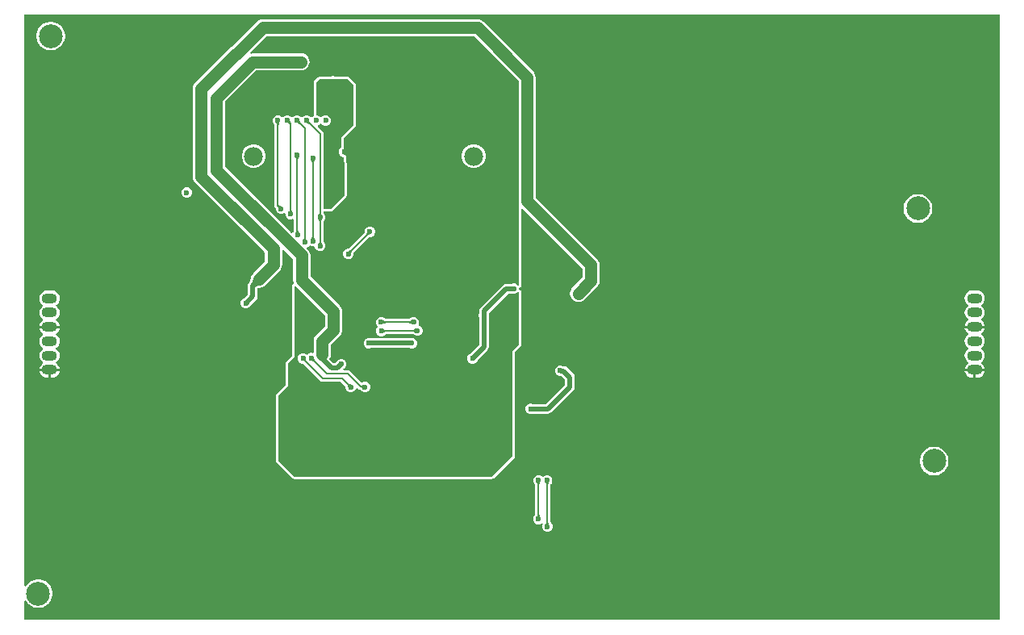
<source format=gbl>
G04*
G04 #@! TF.GenerationSoftware,Altium Limited,Altium Designer,21.8.1 (53)*
G04*
G04 Layer_Physical_Order=4*
G04 Layer_Color=16711680*
%FSLAX25Y25*%
%MOIN*%
G70*
G04*
G04 #@! TF.SameCoordinates,C51AC878-C841-4A90-9CA5-41AFAFBE50B8*
G04*
G04*
G04 #@! TF.FilePolarity,Positive*
G04*
G01*
G75*
%ADD17C,0.00800*%
%ADD60C,0.02000*%
%ADD62C,0.01000*%
%ADD63C,0.05000*%
%ADD64O,0.06299X0.04331*%
%ADD66C,0.09843*%
%ADD67C,0.07800*%
%ADD68C,0.02362*%
G36*
X659843Y138436D02*
X257279Y138421D01*
X256925Y138775D01*
Y146183D01*
X257372Y146456D01*
X257425Y146450D01*
X258049Y145517D01*
X258873Y144692D01*
X259843Y144044D01*
X260921Y143598D01*
X262065Y143370D01*
X263231D01*
X264375Y143598D01*
X265453Y144044D01*
X266423Y144692D01*
X267247Y145517D01*
X267895Y146487D01*
X268342Y147564D01*
X268569Y148708D01*
Y149874D01*
X268342Y151019D01*
X267895Y152096D01*
X267247Y153066D01*
X266423Y153891D01*
X265453Y154539D01*
X264375Y154985D01*
X263231Y155213D01*
X262065D01*
X260921Y154985D01*
X259843Y154539D01*
X258873Y153891D01*
X258049Y153066D01*
X257425Y152133D01*
X257372Y152126D01*
X256925Y152400D01*
X256925Y388366D01*
X659843Y388366D01*
X659843Y138436D01*
D02*
G37*
%LPC*%
G36*
X268349Y385528D02*
X267183D01*
X266039Y385300D01*
X264961Y384854D01*
X263991Y384206D01*
X263167Y383381D01*
X262519Y382411D01*
X262072Y381333D01*
X261845Y380189D01*
Y379023D01*
X262072Y377879D01*
X262519Y376801D01*
X263167Y375832D01*
X263991Y375007D01*
X264961Y374359D01*
X266039Y373913D01*
X267183Y373685D01*
X268349D01*
X269493Y373913D01*
X270571Y374359D01*
X271541Y375007D01*
X272365Y375832D01*
X273013Y376801D01*
X273460Y377879D01*
X273687Y379023D01*
Y380189D01*
X273460Y381333D01*
X273013Y382411D01*
X272365Y383381D01*
X271541Y384206D01*
X270571Y384854D01*
X269493Y385300D01*
X268349Y385528D01*
D02*
G37*
G36*
X324450Y317142D02*
X323582D01*
X322780Y316810D01*
X322167Y316196D01*
X321835Y315394D01*
Y314527D01*
X322167Y313725D01*
X322780Y313112D01*
X323582Y312779D01*
X324450D01*
X325251Y313112D01*
X325865Y313725D01*
X326197Y314527D01*
Y315394D01*
X325865Y316196D01*
X325251Y316810D01*
X324450Y317142D01*
D02*
G37*
G36*
X626617Y314268D02*
X625451D01*
X624307Y314040D01*
X623229Y313594D01*
X622259Y312946D01*
X621434Y312121D01*
X620787Y311151D01*
X620340Y310074D01*
X620113Y308930D01*
Y307763D01*
X620340Y306619D01*
X620787Y305542D01*
X621434Y304572D01*
X622259Y303747D01*
X623229Y303099D01*
X624307Y302653D01*
X625451Y302425D01*
X626617D01*
X627761Y302653D01*
X628839Y303099D01*
X629808Y303747D01*
X630633Y304572D01*
X631281Y305542D01*
X631728Y306619D01*
X631955Y307763D01*
Y308930D01*
X631728Y310074D01*
X631281Y311151D01*
X630633Y312121D01*
X629808Y312946D01*
X628839Y313594D01*
X627761Y314040D01*
X626617Y314268D01*
D02*
G37*
G36*
X444095Y386601D02*
X355512D01*
X354598Y386481D01*
X353747Y386128D01*
X353016Y385567D01*
X342711Y375263D01*
X342329Y375104D01*
X341598Y374543D01*
X327425Y360370D01*
X326864Y359639D01*
X326511Y358788D01*
X326391Y357874D01*
Y321654D01*
X326511Y320740D01*
X326864Y319888D01*
X327425Y319157D01*
X356312Y290270D01*
Y286502D01*
X351441Y281630D01*
X350880Y280899D01*
X350527Y280047D01*
X350485Y279726D01*
X350455Y279646D01*
X350409Y279359D01*
X350290Y278844D01*
X350228Y278643D01*
X350156Y278452D01*
X350080Y278283D01*
X350000Y278135D01*
X349919Y278007D01*
X349894Y277975D01*
X349739Y277820D01*
X349297Y277158D01*
X349142Y276378D01*
Y272892D01*
X347532Y271282D01*
X347190Y271140D01*
X346576Y270527D01*
X346244Y269725D01*
Y268858D01*
X346576Y268056D01*
X347190Y267442D01*
X347991Y267110D01*
X348859D01*
X349661Y267442D01*
X350274Y268056D01*
X350416Y268398D01*
X352623Y270605D01*
X353065Y271267D01*
X353220Y272047D01*
Y275337D01*
X353255Y275353D01*
X353446Y275424D01*
X353647Y275487D01*
X354162Y275606D01*
X354449Y275652D01*
X354529Y275682D01*
X354851Y275724D01*
X355702Y276077D01*
X356433Y276638D01*
X362339Y282543D01*
X362900Y283274D01*
X363252Y284126D01*
X363373Y285039D01*
Y291458D01*
X363873Y291666D01*
X367970Y287568D01*
Y278894D01*
X368090Y277980D01*
X368216Y277677D01*
X368114Y277213D01*
X367976Y277121D01*
X367832Y277038D01*
X367811Y277011D01*
X367783Y276992D01*
X367691Y276854D01*
X367589Y276722D01*
X367581Y276689D01*
X367562Y276661D01*
X367530Y276498D01*
X367487Y276338D01*
X367491Y276304D01*
X367484Y276271D01*
Y247666D01*
X365027Y245209D01*
X364806Y244878D01*
X364728Y244488D01*
Y235462D01*
X361090Y231823D01*
X360869Y231492D01*
X360791Y231102D01*
Y204331D01*
X360869Y203941D01*
X361090Y203610D01*
X367783Y196917D01*
X368114Y196696D01*
X368504Y196618D01*
X450000D01*
X450390Y196696D01*
X450721Y196917D01*
X459382Y205578D01*
X459603Y205909D01*
X459681Y206299D01*
Y249184D01*
X461998Y251501D01*
X462219Y251832D01*
X462297Y252222D01*
Y263541D01*
X462324Y263605D01*
Y264473D01*
X462297Y264538D01*
Y273710D01*
X462274Y273824D01*
X462271Y273939D01*
X462236Y274017D01*
X462219Y274100D01*
X462155Y274197D01*
X462107Y274302D01*
X462045Y274360D01*
X461998Y274431D01*
X461902Y274495D01*
X461897Y274500D01*
X461862Y274540D01*
X461845Y274549D01*
X461817Y274575D01*
X461775Y274601D01*
X461702Y274629D01*
X461667Y274652D01*
X461622Y274661D01*
X461507Y274719D01*
X461207Y274802D01*
Y275591D01*
X461507Y275674D01*
X461622Y275733D01*
X461667Y275742D01*
X461702Y275765D01*
X461775Y275792D01*
X461817Y275819D01*
X461845Y275845D01*
X461862Y275853D01*
X461897Y275893D01*
X461902Y275898D01*
X461998Y275963D01*
X462045Y276033D01*
X462107Y276092D01*
X462155Y276197D01*
X462219Y276293D01*
X462236Y276377D01*
X462271Y276454D01*
X462274Y276570D01*
X462297Y276684D01*
Y308042D01*
X462759Y308233D01*
X487415Y283577D01*
Y279809D01*
X483330Y275725D01*
X482769Y274993D01*
X482417Y274142D01*
X482297Y273228D01*
X482417Y272315D01*
X482769Y271463D01*
X483330Y270732D01*
X484062Y270171D01*
X484913Y269818D01*
X485827Y269698D01*
X486740Y269818D01*
X487592Y270171D01*
X488323Y270732D01*
X493441Y275850D01*
X494002Y276581D01*
X494355Y277433D01*
X494475Y278346D01*
Y285039D01*
X494355Y285953D01*
X494002Y286805D01*
X493441Y287536D01*
X468097Y312880D01*
Y362598D01*
X467977Y363512D01*
X467624Y364364D01*
X467063Y365095D01*
X446591Y385567D01*
X445860Y386128D01*
X445008Y386481D01*
X444095Y386601D01*
D02*
G37*
G36*
X268307Y274452D02*
X266339D01*
X265512Y274344D01*
X264742Y274025D01*
X264081Y273517D01*
X263574Y272856D01*
X263255Y272086D01*
X263146Y271260D01*
X263255Y270433D01*
X263574Y269664D01*
X264081Y269002D01*
X264602Y268602D01*
X264643Y268461D01*
Y268153D01*
X264602Y268012D01*
X264081Y267612D01*
X263574Y266951D01*
X263255Y266181D01*
X263146Y265354D01*
X263255Y264528D01*
X263574Y263758D01*
X264081Y263097D01*
X264602Y262697D01*
X264643Y262555D01*
Y262248D01*
X264602Y262106D01*
X264081Y261706D01*
X263574Y261045D01*
X263255Y260275D01*
X263212Y259949D01*
X267323D01*
X271434D01*
X271391Y260275D01*
X271072Y261045D01*
X270565Y261706D01*
X270043Y262106D01*
X270003Y262248D01*
Y262555D01*
X270043Y262697D01*
X270565Y263097D01*
X271072Y263758D01*
X271391Y264528D01*
X271500Y265354D01*
X271391Y266181D01*
X271072Y266951D01*
X270565Y267612D01*
X270043Y268012D01*
X270003Y268153D01*
Y268461D01*
X270043Y268602D01*
X270565Y269002D01*
X271072Y269664D01*
X271391Y270433D01*
X271500Y271260D01*
X271391Y272086D01*
X271072Y272856D01*
X270565Y273517D01*
X269903Y274025D01*
X269133Y274344D01*
X268307Y274452D01*
D02*
G37*
G36*
X650431D02*
X648462D01*
X647636Y274344D01*
X646866Y274025D01*
X646205Y273517D01*
X645697Y272856D01*
X645378Y272086D01*
X645269Y271260D01*
X645378Y270433D01*
X645697Y269664D01*
X646205Y269002D01*
X646726Y268602D01*
X646767Y268461D01*
Y268153D01*
X646726Y268012D01*
X646205Y267612D01*
X645697Y266951D01*
X645378Y266181D01*
X645269Y265354D01*
X645378Y264528D01*
X645697Y263758D01*
X646205Y263097D01*
X646726Y262697D01*
X646767Y262555D01*
Y262248D01*
X646726Y262106D01*
X646205Y261706D01*
X645697Y261045D01*
X645378Y260275D01*
X645335Y259949D01*
X649446D01*
X653557D01*
X653514Y260275D01*
X653196Y261045D01*
X652688Y261706D01*
X652167Y262106D01*
X652126Y262248D01*
Y262555D01*
X652167Y262697D01*
X652688Y263097D01*
X653196Y263758D01*
X653514Y264528D01*
X653623Y265354D01*
X653514Y266181D01*
X653196Y266951D01*
X652688Y267612D01*
X652167Y268012D01*
X652126Y268153D01*
Y268461D01*
X652167Y268602D01*
X652688Y269002D01*
X653196Y269664D01*
X653514Y270433D01*
X653623Y271260D01*
X653514Y272086D01*
X653196Y272856D01*
X652688Y273517D01*
X652027Y274025D01*
X651257Y274344D01*
X650431Y274452D01*
D02*
G37*
G36*
X271434Y258949D02*
X267323D01*
X263212D01*
X263255Y258623D01*
X263574Y257853D01*
X264081Y257191D01*
X264602Y256791D01*
X264643Y256650D01*
Y256342D01*
X264602Y256201D01*
X264081Y255801D01*
X263574Y255140D01*
X263255Y254370D01*
X263146Y253543D01*
X263255Y252717D01*
X263574Y251947D01*
X264081Y251286D01*
X264602Y250886D01*
X264643Y250744D01*
Y250437D01*
X264602Y250295D01*
X264081Y249895D01*
X263574Y249234D01*
X263255Y248464D01*
X263146Y247638D01*
X263255Y246812D01*
X263574Y246041D01*
X264081Y245380D01*
X264602Y244980D01*
X264643Y244839D01*
Y244531D01*
X264602Y244390D01*
X264081Y243990D01*
X263574Y243329D01*
X263255Y242559D01*
X263212Y242232D01*
X267323D01*
X271434D01*
X271391Y242559D01*
X271072Y243329D01*
X270565Y243990D01*
X270043Y244390D01*
X270003Y244531D01*
Y244839D01*
X270043Y244980D01*
X270565Y245380D01*
X271072Y246041D01*
X271391Y246812D01*
X271500Y247638D01*
X271391Y248464D01*
X271072Y249234D01*
X270565Y249895D01*
X270043Y250295D01*
X270003Y250437D01*
Y250744D01*
X270043Y250886D01*
X270565Y251286D01*
X271072Y251947D01*
X271391Y252717D01*
X271500Y253543D01*
X271391Y254370D01*
X271072Y255140D01*
X270565Y255801D01*
X270043Y256201D01*
X270003Y256342D01*
Y256650D01*
X270043Y256791D01*
X270565Y257191D01*
X271072Y257853D01*
X271391Y258623D01*
X271434Y258949D01*
D02*
G37*
G36*
X653557Y258949D02*
X649446D01*
X645335D01*
X645378Y258623D01*
X645697Y257853D01*
X646205Y257191D01*
X646726Y256791D01*
X646767Y256650D01*
Y256342D01*
X646726Y256201D01*
X646205Y255801D01*
X645697Y255140D01*
X645378Y254370D01*
X645269Y253543D01*
X645378Y252717D01*
X645697Y251947D01*
X646205Y251286D01*
X646726Y250886D01*
X646767Y250744D01*
Y250437D01*
X646726Y250295D01*
X646205Y249895D01*
X645697Y249234D01*
X645378Y248464D01*
X645269Y247638D01*
X645378Y246812D01*
X645697Y246041D01*
X646205Y245380D01*
X646726Y244980D01*
X646767Y244839D01*
Y244531D01*
X646726Y244390D01*
X646205Y243990D01*
X645697Y243329D01*
X645378Y242559D01*
X645335Y242232D01*
X649446D01*
Y241732D01*
D01*
Y242232D01*
X653557D01*
X653514Y242559D01*
X653196Y243329D01*
X652688Y243990D01*
X652167Y244390D01*
X652126Y244531D01*
Y244839D01*
X652167Y244980D01*
X652688Y245380D01*
X653196Y246041D01*
X653514Y246812D01*
X653623Y247638D01*
X653514Y248464D01*
X653196Y249234D01*
X652688Y249895D01*
X652167Y250295D01*
X652126Y250437D01*
Y250744D01*
X652167Y250886D01*
X652688Y251286D01*
X653196Y251947D01*
X653514Y252717D01*
X653623Y253543D01*
X653514Y254370D01*
X653196Y255140D01*
X652688Y255801D01*
X652167Y256201D01*
X652126Y256342D01*
Y256650D01*
X652167Y256791D01*
X652688Y257191D01*
X653196Y257853D01*
X653514Y258623D01*
X653557Y258949D01*
D02*
G37*
G36*
Y241232D02*
X649946D01*
Y238540D01*
X650431D01*
X651257Y238649D01*
X652027Y238967D01*
X652688Y239475D01*
X653196Y240136D01*
X653514Y240906D01*
X653557Y241232D01*
D02*
G37*
G36*
X648946D02*
X645335D01*
X645378Y240906D01*
X645697Y240136D01*
X646205Y239475D01*
X646866Y238967D01*
X647636Y238649D01*
X648462Y238540D01*
X648946D01*
Y241232D01*
D02*
G37*
G36*
X271434Y241232D02*
X267823D01*
Y238540D01*
X268307D01*
X269133Y238649D01*
X269903Y238967D01*
X270565Y239475D01*
X271072Y240136D01*
X271391Y240906D01*
X271434Y241232D01*
D02*
G37*
G36*
X266823D02*
X263212D01*
X263255Y240906D01*
X263574Y240136D01*
X264081Y239475D01*
X264742Y238967D01*
X265512Y238649D01*
X266339Y238540D01*
X266823D01*
Y241232D01*
D02*
G37*
G36*
X478780Y243520D02*
X477913D01*
X477111Y243188D01*
X476497Y242574D01*
X476165Y241772D01*
Y240905D01*
X476497Y240103D01*
X477111Y239490D01*
X477913Y239158D01*
X478780D01*
X478855Y239189D01*
X480244Y237800D01*
Y235490D01*
X472384Y227630D01*
X466918D01*
X466576Y227772D01*
X465708D01*
X464906Y227440D01*
X464293Y226826D01*
X463961Y226024D01*
Y225157D01*
X464293Y224355D01*
X464906Y223742D01*
X465708Y223410D01*
X466576D01*
X466918Y223551D01*
X473228D01*
X474009Y223707D01*
X474670Y224149D01*
X483725Y233204D01*
X484167Y233865D01*
X484323Y234646D01*
Y238644D01*
X484167Y239424D01*
X483725Y240086D01*
X483725Y240086D01*
X481100Y242711D01*
X480439Y243153D01*
X479658Y243308D01*
X479290D01*
X478780Y243520D01*
D02*
G37*
G36*
X633310Y209937D02*
X632143D01*
X631000Y209710D01*
X629922Y209263D01*
X628952Y208615D01*
X628127Y207790D01*
X627479Y206821D01*
X627033Y205743D01*
X626805Y204599D01*
Y203432D01*
X627033Y202289D01*
X627479Y201211D01*
X628127Y200241D01*
X628952Y199416D01*
X629922Y198768D01*
X631000Y198322D01*
X632143Y198094D01*
X633310D01*
X634454Y198322D01*
X635532Y198768D01*
X636501Y199416D01*
X637326Y200241D01*
X637974Y201211D01*
X638420Y202289D01*
X638648Y203432D01*
Y204599D01*
X638420Y205743D01*
X637974Y206821D01*
X637326Y207790D01*
X636501Y208615D01*
X635532Y209263D01*
X634454Y209710D01*
X633310Y209937D01*
D02*
G37*
G36*
X473269Y198244D02*
X472401D01*
X471599Y197912D01*
X471063Y197376D01*
X470527Y197912D01*
X469725Y198244D01*
X468857D01*
X468056Y197912D01*
X467442Y197299D01*
X467110Y196497D01*
Y195629D01*
X467442Y194827D01*
X467655Y194615D01*
X467695Y194549D01*
X467751Y194488D01*
X467777Y194455D01*
X467797Y194426D01*
X467812Y194400D01*
X467823Y194377D01*
X467831Y194355D01*
X467837Y194333D01*
X467839Y194324D01*
Y181894D01*
X467838Y181890D01*
X467833Y181873D01*
X467827Y181857D01*
X467818Y181840D01*
X467806Y181820D01*
X467789Y181796D01*
X467765Y181769D01*
X467709Y181712D01*
X467656Y181632D01*
X467392Y181369D01*
X467060Y180567D01*
Y179699D01*
X467392Y178898D01*
X468006Y178284D01*
X468808Y177952D01*
X469675D01*
X470477Y178284D01*
X470754Y178561D01*
X471120Y178239D01*
X470788Y177437D01*
Y176569D01*
X471120Y175768D01*
X471734Y175154D01*
X472536Y174822D01*
X473403D01*
X474205Y175154D01*
X474819Y175768D01*
X475151Y176569D01*
Y177437D01*
X474819Y178239D01*
X474503Y178554D01*
X474445Y178635D01*
X474390Y178688D01*
X474368Y178711D01*
X474354Y178729D01*
X474344Y178744D01*
X474338Y178757D01*
X474333Y178768D01*
X474330Y178780D01*
X474330Y178781D01*
Y194345D01*
X474332Y194359D01*
X474339Y194385D01*
X474349Y194411D01*
X474362Y194439D01*
X474378Y194470D01*
X474400Y194503D01*
X474428Y194541D01*
X474483Y194606D01*
X474511Y194655D01*
X474684Y194827D01*
X475016Y195629D01*
Y196497D01*
X474684Y197299D01*
X474070Y197912D01*
X473269Y198244D01*
D02*
G37*
%LPD*%
G36*
X374635Y344613D02*
X374646Y344500D01*
X374665Y344391D01*
X374691Y344285D01*
X374726Y344184D01*
X374769Y344087D01*
X374820Y343994D01*
X374879Y343905D01*
X374946Y343819D01*
X375021Y343739D01*
X374455Y343173D01*
X374374Y343248D01*
X374289Y343315D01*
X374200Y343374D01*
X374107Y343425D01*
X374010Y343467D01*
X373908Y343502D01*
X373803Y343529D01*
X373694Y343548D01*
X373580Y343559D01*
X373463Y343562D01*
X374632Y344731D01*
X374635Y344613D01*
D02*
G37*
G36*
X370735D02*
X370746Y344500D01*
X370765Y344391D01*
X370791Y344285D01*
X370826Y344184D01*
X370869Y344087D01*
X370920Y343994D01*
X370979Y343905D01*
X371046Y343819D01*
X371121Y343739D01*
X370555Y343173D01*
X370474Y343248D01*
X370389Y343315D01*
X370300Y343374D01*
X370207Y343425D01*
X370110Y343467D01*
X370008Y343502D01*
X369903Y343529D01*
X369794Y343548D01*
X369680Y343559D01*
X369563Y343562D01*
X370732Y344731D01*
X370735Y344613D01*
D02*
G37*
G36*
X366735Y344613D02*
X366746Y344500D01*
X366765Y344391D01*
X366791Y344285D01*
X366826Y344184D01*
X366869Y344087D01*
X366920Y343994D01*
X366979Y343905D01*
X367046Y343819D01*
X367121Y343739D01*
X366555Y343173D01*
X366474Y343248D01*
X366389Y343315D01*
X366300Y343374D01*
X366207Y343425D01*
X366110Y343467D01*
X366008Y343502D01*
X365903Y343529D01*
X365794Y343548D01*
X365680Y343559D01*
X365563Y343562D01*
X366732Y344731D01*
X366735Y344613D01*
D02*
G37*
G36*
X362397Y343814D02*
X362324Y343726D01*
X362260Y343636D01*
X362205Y343542D01*
X362158Y343446D01*
X362119Y343347D01*
X362089Y343245D01*
X362068Y343140D01*
X362055Y343033D01*
X362051Y342923D01*
X361251D01*
X361247Y343033D01*
X361234Y343140D01*
X361213Y343245D01*
X361183Y343347D01*
X361144Y343446D01*
X361097Y343542D01*
X361042Y343636D01*
X360978Y343726D01*
X360905Y343814D01*
X360824Y343899D01*
X362478D01*
X362397Y343814D01*
D02*
G37*
G36*
X392913Y359449D02*
Y342913D01*
X387795Y337795D01*
Y333487D01*
X387345Y333037D01*
X387013Y332235D01*
Y331368D01*
X387345Y330566D01*
X387959Y329953D01*
X388761Y329620D01*
X388905Y329120D01*
X388764Y328780D01*
Y327913D01*
X389043Y327237D01*
Y313847D01*
X383465Y308268D01*
X380561D01*
Y339060D01*
X380561Y339060D01*
X380453Y339606D01*
X380143Y340069D01*
X380143Y340069D01*
X378073Y342140D01*
X378190Y342729D01*
X378587Y342894D01*
X379031Y343338D01*
X379351Y343453D01*
X379671Y343338D01*
X380116Y342894D01*
X380917Y342562D01*
X381785D01*
X382587Y342894D01*
X383200Y343507D01*
X383532Y344309D01*
Y345177D01*
X383200Y345978D01*
X382587Y346592D01*
X381785Y346924D01*
X380917D01*
X380116Y346592D01*
X379671Y346147D01*
X379351Y346032D01*
X379031Y346147D01*
X378587Y346592D01*
X377785Y346924D01*
X377559D01*
Y360630D01*
X378740Y361811D01*
X390551D01*
X392913Y359449D01*
D02*
G37*
G36*
X370388Y329587D02*
X370320Y329494D01*
X370259Y329399D01*
X370207Y329302D01*
X370162Y329203D01*
X370126Y329102D01*
X370098Y328998D01*
X370078Y328893D01*
X370065Y328786D01*
X370061Y328677D01*
X369261Y328622D01*
X369257Y328733D01*
X369244Y328840D01*
X369221Y328944D01*
X369190Y329045D01*
X369150Y329142D01*
X369101Y329235D01*
X369042Y329324D01*
X368975Y329410D01*
X368899Y329493D01*
X368815Y329571D01*
X370465Y329678D01*
X370388Y329587D01*
D02*
G37*
G36*
X376951Y328295D02*
X376865Y328220D01*
X376787Y328140D01*
X376719Y328056D01*
X376660Y327969D01*
X376610Y327877D01*
X376569Y327782D01*
X376537Y327682D01*
X376514Y327578D01*
X376501Y327471D01*
X376496Y327359D01*
X375696Y327440D01*
X375692Y327549D01*
X375680Y327656D01*
X375661Y327762D01*
X375634Y327865D01*
X375598Y327967D01*
X375555Y328067D01*
X375504Y328166D01*
X375446Y328263D01*
X375379Y328358D01*
X375305Y328452D01*
X376951Y328295D01*
D02*
G37*
G36*
X362069Y309763D02*
X362154Y309696D01*
X362243Y309637D01*
X362336Y309586D01*
X362434Y309543D01*
X362535Y309508D01*
X362640Y309481D01*
X362749Y309462D01*
X362863Y309452D01*
X362980Y309449D01*
X361811Y308279D01*
X361808Y308397D01*
X361797Y308510D01*
X361779Y308620D01*
X361752Y308725D01*
X361717Y308826D01*
X361674Y308924D01*
X361623Y309017D01*
X361564Y309106D01*
X361497Y309191D01*
X361422Y309272D01*
X361988Y309838D01*
X362069Y309763D01*
D02*
G37*
G36*
X367303Y307750D02*
X367316Y307643D01*
X367337Y307538D01*
X367367Y307436D01*
X367406Y307337D01*
X367453Y307241D01*
X367508Y307148D01*
X367572Y307057D01*
X367645Y306969D01*
X367726Y306884D01*
X366072D01*
X366153Y306969D01*
X366226Y307057D01*
X366290Y307148D01*
X366346Y307241D01*
X366392Y307337D01*
X366431Y307436D01*
X366461Y307538D01*
X366482Y307643D01*
X366495Y307750D01*
X366499Y307861D01*
X367299D01*
X367303Y307750D01*
D02*
G37*
G36*
X379538Y306434D02*
X379551Y306327D01*
X379572Y306222D01*
X379602Y306120D01*
X379641Y306021D01*
X379688Y305925D01*
X379743Y305832D01*
X379807Y305741D01*
X379879Y305653D01*
X379961Y305568D01*
X378307D01*
X378388Y305653D01*
X378461Y305741D01*
X378525Y305832D01*
X378580Y305925D01*
X378627Y306021D01*
X378666Y306120D01*
X378695Y306222D01*
X378717Y306327D01*
X378730Y306434D01*
X378734Y306544D01*
X379534D01*
X379538Y306434D01*
D02*
G37*
G36*
X379879Y303796D02*
X379807Y303708D01*
X379743Y303617D01*
X379688Y303524D01*
X379641Y303428D01*
X379602Y303329D01*
X379572Y303227D01*
X379551Y303122D01*
X379538Y303015D01*
X379534Y302904D01*
X378734D01*
X378730Y303015D01*
X378717Y303122D01*
X378695Y303227D01*
X378666Y303329D01*
X378627Y303428D01*
X378580Y303524D01*
X378525Y303617D01*
X378461Y303708D01*
X378388Y303796D01*
X378307Y303881D01*
X379961D01*
X379879Y303796D01*
D02*
G37*
G36*
X370066Y299147D02*
X370079Y299039D01*
X370102Y298935D01*
X370133Y298835D01*
X370173Y298738D01*
X370222Y298645D01*
X370280Y298555D01*
X370347Y298469D01*
X370423Y298387D01*
X370508Y298308D01*
X368858Y298202D01*
X368935Y298293D01*
X369003Y298386D01*
X369064Y298481D01*
X369116Y298578D01*
X369161Y298677D01*
X369197Y298778D01*
X369225Y298881D01*
X369245Y298986D01*
X369257Y299093D01*
X369261Y299203D01*
X370061Y299258D01*
X370066Y299147D01*
D02*
G37*
G36*
X376501Y296613D02*
X376514Y296505D01*
X376536Y296402D01*
X376567Y296301D01*
X376607Y296204D01*
X376656Y296111D01*
X376714Y296021D01*
X376781Y295934D01*
X376856Y295851D01*
X376941Y295772D01*
X375290Y295676D01*
X375367Y295767D01*
X375436Y295859D01*
X375497Y295954D01*
X375550Y296050D01*
X375595Y296149D01*
X375631Y296250D01*
X375660Y296353D01*
X375680Y296458D01*
X375692Y296566D01*
X375696Y296675D01*
X376496Y296724D01*
X376501Y296613D01*
D02*
G37*
G36*
X373239Y296125D02*
X373252Y296018D01*
X373273Y295913D01*
X373303Y295811D01*
X373341Y295712D01*
X373388Y295616D01*
X373444Y295522D01*
X373508Y295432D01*
X373580Y295344D01*
X373661Y295259D01*
X372008D01*
X372089Y295344D01*
X372162Y295432D01*
X372225Y295522D01*
X372281Y295616D01*
X372328Y295712D01*
X372366Y295811D01*
X372396Y295913D01*
X372418Y296018D01*
X372430Y296125D01*
X372435Y296235D01*
X373235D01*
X373239Y296125D01*
D02*
G37*
G36*
X379538Y294623D02*
X379551Y294516D01*
X379572Y294411D01*
X379602Y294309D01*
X379641Y294210D01*
X379688Y294114D01*
X379743Y294020D01*
X379807Y293930D01*
X379879Y293842D01*
X379961Y293757D01*
X378307D01*
X378388Y293842D01*
X378461Y293930D01*
X378525Y294020D01*
X378580Y294114D01*
X378627Y294210D01*
X378666Y294309D01*
X378695Y294411D01*
X378717Y294516D01*
X378730Y294623D01*
X378734Y294733D01*
X379534D01*
X379538Y294623D01*
D02*
G37*
G36*
X461037Y361136D02*
Y311417D01*
X461157Y310504D01*
X461277Y310214D01*
Y276684D01*
X461235Y276657D01*
X460777Y276530D01*
X460261Y277046D01*
X459460Y277378D01*
X458592D01*
X458082Y277167D01*
X455851D01*
X455071Y277011D01*
X454409Y276570D01*
X445374Y267534D01*
X444932Y266873D01*
X444777Y266092D01*
Y265038D01*
X444611Y264637D01*
Y263769D01*
X444753Y263427D01*
Y251996D01*
X441204Y248448D01*
X440861Y248306D01*
X440248Y247692D01*
X439916Y246890D01*
Y246023D01*
X440248Y245221D01*
X440861Y244608D01*
X441663Y244276D01*
X442531D01*
X443332Y244608D01*
X443946Y245221D01*
X444088Y245564D01*
X448234Y249710D01*
X448676Y250371D01*
X448831Y251152D01*
Y263427D01*
X448973Y263769D01*
Y264637D01*
X448855Y264921D01*
Y265248D01*
X456696Y273088D01*
X458417D01*
X458592Y273016D01*
X459460D01*
X460261Y273348D01*
X460777Y273863D01*
X461235Y273737D01*
X461277Y273710D01*
Y252222D01*
X458661Y249606D01*
Y206299D01*
X450000Y197638D01*
X368504D01*
X361811Y204331D01*
Y231102D01*
X365748Y235039D01*
Y244488D01*
X368504Y247244D01*
Y276271D01*
X368876Y276397D01*
X369004Y276397D01*
X381116Y264286D01*
Y259730D01*
X378409Y257024D01*
X377995Y256484D01*
X377454Y256069D01*
X376893Y255338D01*
X376541Y254486D01*
X376420Y253573D01*
Y248932D01*
X376005Y248655D01*
X375964Y248671D01*
X375097D01*
X374295Y248339D01*
X373772Y247816D01*
X373283Y248306D01*
X372481Y248638D01*
X371613D01*
X370812Y248306D01*
X370198Y247692D01*
X369866Y246890D01*
Y246023D01*
X370198Y245221D01*
X370812Y244608D01*
X371613Y244276D01*
X372076D01*
X379172Y237180D01*
X379172Y237180D01*
X379635Y236870D01*
X380182Y236761D01*
X380182Y236761D01*
X387598D01*
X389485Y234874D01*
X389489Y234868D01*
X389499Y234851D01*
X389507Y234832D01*
X389514Y234811D01*
X389521Y234785D01*
X389526Y234753D01*
X389530Y234714D01*
X389532Y234633D01*
X389551Y234547D01*
Y234212D01*
X389883Y233410D01*
X390497Y232797D01*
X391298Y232465D01*
X392166D01*
X392968Y232797D01*
X393581Y233410D01*
X393818Y233982D01*
X394375Y234132D01*
X394675Y233832D01*
X394675Y233832D01*
X395138Y233523D01*
X395684Y233414D01*
X395787D01*
X395789Y233410D01*
X396402Y232797D01*
X397204Y232465D01*
X398072D01*
X398873Y232797D01*
X399487Y233410D01*
X399819Y234212D01*
Y235080D01*
X399487Y235881D01*
X398873Y236495D01*
X398072Y236827D01*
X397204D01*
X396402Y236495D01*
X395908Y236636D01*
X391377Y241167D01*
X390914Y241476D01*
X390368Y241585D01*
X390368Y241585D01*
X388743D01*
X388643Y242085D01*
X389031Y242245D01*
X389644Y242859D01*
X389976Y243661D01*
Y244528D01*
X389644Y245330D01*
X389031Y245943D01*
X388229Y246276D01*
X387361D01*
X386560Y245943D01*
X385946Y245330D01*
X385874Y245155D01*
X385336Y244617D01*
X384644D01*
X383002Y246259D01*
X383008Y246266D01*
X383361Y247118D01*
X383481Y248031D01*
Y252111D01*
X387142Y255771D01*
X387703Y256503D01*
X388056Y257354D01*
X388176Y258268D01*
Y264173D01*
Y265748D01*
X388056Y266662D01*
X387703Y267513D01*
X387142Y268244D01*
X387142Y268244D01*
X375030Y280356D01*
Y289031D01*
X374910Y289944D01*
X374557Y290796D01*
X373996Y291527D01*
X373601Y291922D01*
X373699Y292412D01*
X374070Y292566D01*
X374684Y293180D01*
X374888Y293074D01*
X374929Y293033D01*
X375730Y292701D01*
X376598D01*
X377014Y292332D01*
X377285Y291678D01*
X377898Y291064D01*
X378700Y290732D01*
X379568D01*
X380369Y291064D01*
X380983Y291678D01*
X381315Y292479D01*
Y293347D01*
X380983Y294149D01*
X380746Y294386D01*
X380699Y294460D01*
X380643Y294519D01*
X380618Y294549D01*
X380599Y294576D01*
X380586Y294599D01*
X380576Y294619D01*
X380568Y294638D01*
X380563Y294657D01*
X380561Y294664D01*
Y302974D01*
X380563Y302981D01*
X380568Y303000D01*
X380576Y303019D01*
X380586Y303039D01*
X380599Y303062D01*
X380618Y303088D01*
X380643Y303119D01*
X380699Y303177D01*
X380746Y303252D01*
X380983Y303489D01*
X381315Y304291D01*
Y305158D01*
X380983Y305960D01*
X380746Y306197D01*
X380699Y306271D01*
X380643Y306330D01*
X380618Y306360D01*
X380599Y306387D01*
X380586Y306410D01*
X380576Y306430D01*
X380568Y306449D01*
X380563Y306468D01*
X380561Y306475D01*
Y307248D01*
X383465D01*
X383855Y307326D01*
X384186Y307547D01*
X389764Y313126D01*
X389985Y313457D01*
X390063Y313847D01*
Y327237D01*
X389985Y327627D01*
X389783Y328115D01*
Y328577D01*
X389847Y328730D01*
X389875Y328870D01*
X389918Y329006D01*
X389913Y329064D01*
X389924Y329120D01*
X389896Y329260D01*
X389884Y329403D01*
X389740Y329903D01*
X389714Y329954D01*
X389703Y330011D01*
X389623Y330129D01*
X389558Y330256D01*
X389514Y330293D01*
X389482Y330341D01*
X389363Y330421D01*
X389254Y330513D01*
X389199Y330530D01*
X389151Y330562D01*
X388537Y330817D01*
X388210Y331144D01*
X388033Y331571D01*
Y332033D01*
X388210Y332459D01*
X388516Y332766D01*
X388737Y333097D01*
X388815Y333487D01*
Y337373D01*
X393634Y342192D01*
X393855Y342523D01*
X393933Y342913D01*
Y359449D01*
X393855Y359839D01*
X393634Y360170D01*
X391272Y362532D01*
X390941Y362753D01*
X390551Y362831D01*
X385086D01*
X384660Y363007D01*
X383793D01*
X383367Y362831D01*
X378740D01*
X378350Y362753D01*
X378019Y362532D01*
X376838Y361351D01*
X376617Y361020D01*
X376539Y360630D01*
Y346924D01*
X376568Y346779D01*
X376116Y346592D01*
X375728Y346204D01*
X375401Y346031D01*
X375074Y346204D01*
X374687Y346592D01*
X373885Y346924D01*
X373017D01*
X372216Y346592D01*
X371828Y346204D01*
X371501Y346031D01*
X371174Y346204D01*
X370787Y346592D01*
X369985Y346924D01*
X369117D01*
X368316Y346592D01*
X367871Y346147D01*
X367551Y346032D01*
X367231Y346147D01*
X366787Y346592D01*
X365985Y346924D01*
X365117D01*
X364316Y346592D01*
X363928Y346204D01*
X363601Y346031D01*
X363274Y346204D01*
X362887Y346592D01*
X362085Y346924D01*
X361217D01*
X360416Y346592D01*
X359802Y345978D01*
X359470Y345177D01*
Y344309D01*
X359802Y343507D01*
X360039Y343270D01*
X360086Y343196D01*
X360142Y343137D01*
X360167Y343107D01*
X360186Y343080D01*
X360199Y343057D01*
X360209Y343037D01*
X360217Y343018D01*
X360222Y342999D01*
X360224Y342992D01*
Y309609D01*
X360224Y309609D01*
X360332Y309063D01*
X360642Y308599D01*
X360745Y308496D01*
X360749Y308490D01*
X360759Y308473D01*
X360767Y308454D01*
X360774Y308433D01*
X360781Y308407D01*
X360786Y308375D01*
X360790Y308336D01*
X360792Y308255D01*
X360811Y308169D01*
Y307834D01*
X361143Y307032D01*
X361757Y306419D01*
X362558Y306087D01*
X363426D01*
X364228Y306419D01*
X364718Y306202D01*
Y305607D01*
X365050Y304805D01*
X365664Y304192D01*
X366465Y303859D01*
X367333D01*
X367734Y304026D01*
X368234Y303692D01*
Y299126D01*
X368231Y299112D01*
X368224Y299085D01*
X368214Y299058D01*
X368201Y299029D01*
X368184Y298997D01*
X368162Y298962D01*
X368134Y298924D01*
X368078Y298858D01*
X368054Y298814D01*
X367888Y298649D01*
X367764Y298347D01*
X367273Y298250D01*
X339751Y325773D01*
Y352475D01*
X352643Y365367D01*
X366541D01*
X366913Y365416D01*
X371214D01*
X372128Y365537D01*
X372979Y365889D01*
X373710Y366450D01*
X373739Y366479D01*
X374300Y367211D01*
X374653Y368062D01*
X374773Y368976D01*
X374653Y369889D01*
X374300Y370741D01*
X373739Y371472D01*
X373008Y372033D01*
X372157Y372386D01*
X371243Y372506D01*
X371022Y372477D01*
X366590D01*
X366218Y372428D01*
X351181D01*
X350476Y372335D01*
X350242Y372809D01*
X356974Y379541D01*
X442632D01*
X461037Y361136D01*
D02*
G37*
G36*
X354286Y276658D02*
X353967Y276607D01*
X353381Y276472D01*
X353114Y276389D01*
X352866Y276296D01*
X352635Y276192D01*
X352421Y276077D01*
X352226Y275952D01*
X352048Y275817D01*
X351888Y275671D01*
X350474Y277085D01*
X350620Y277245D01*
X350755Y277423D01*
X350880Y277618D01*
X350995Y277832D01*
X351099Y278063D01*
X351192Y278311D01*
X351275Y278578D01*
X351410Y279164D01*
X351462Y279483D01*
X354286Y276658D01*
D02*
G37*
G36*
X376721Y246454D02*
X376740Y246340D01*
X376765Y246230D01*
X376798Y246124D01*
X376838Y246023D01*
X376884Y245925D01*
X376938Y245833D01*
X376998Y245744D01*
X377066Y245660D01*
X377140Y245580D01*
X376622Y244966D01*
X376540Y245042D01*
X376455Y245108D01*
X376365Y245166D01*
X376272Y245214D01*
X376176Y245253D01*
X376075Y245284D01*
X375971Y245305D01*
X375863Y245317D01*
X375752Y245320D01*
X375637Y245314D01*
X376709Y246573D01*
X376721Y246454D01*
D02*
G37*
G36*
X390809Y236140D02*
X390894Y236074D01*
X390983Y236015D01*
X391076Y235964D01*
X391174Y235921D01*
X391275Y235886D01*
X391380Y235859D01*
X391490Y235840D01*
X391603Y235829D01*
X391721Y235827D01*
X390551Y234658D01*
X390548Y234775D01*
X390538Y234888D01*
X390519Y234998D01*
X390492Y235103D01*
X390457Y235204D01*
X390414Y235301D01*
X390363Y235395D01*
X390304Y235484D01*
X390237Y235569D01*
X390162Y235650D01*
X390728Y236215D01*
X390809Y236140D01*
D02*
G37*
G36*
X396669Y233970D02*
X396601Y234060D01*
X396528Y234140D01*
X396450Y234210D01*
X396367Y234272D01*
X396279Y234324D01*
X396186Y234366D01*
X396088Y234399D01*
X395986Y234423D01*
X395878Y234437D01*
X395766Y234441D01*
X395909Y235241D01*
X396017Y235245D01*
X396123Y235256D01*
X396229Y235274D01*
X396334Y235299D01*
X396438Y235331D01*
X396540Y235371D01*
X396642Y235418D01*
X396744Y235471D01*
X396844Y235532D01*
X396943Y235601D01*
X396669Y233970D01*
D02*
G37*
%LPC*%
G36*
X443140Y334899D02*
X441849D01*
X440603Y334565D01*
X439486Y333920D01*
X438574Y333008D01*
X437928Y331891D01*
X437595Y330644D01*
Y329354D01*
X437928Y328108D01*
X438574Y326991D01*
X439486Y326078D01*
X440603Y325433D01*
X441849Y325099D01*
X443140D01*
X444386Y325433D01*
X445503Y326078D01*
X446415Y326991D01*
X447060Y328108D01*
X447395Y329354D01*
Y330644D01*
X447060Y331891D01*
X446415Y333008D01*
X445503Y333920D01*
X444386Y334565D01*
X443140Y334899D01*
D02*
G37*
G36*
X352240Y334899D02*
X350949D01*
X349703Y334565D01*
X348586Y333920D01*
X347674Y333008D01*
X347028Y331891D01*
X346694Y330644D01*
Y329354D01*
X347028Y328108D01*
X347674Y326991D01*
X348586Y326078D01*
X349703Y325433D01*
X350949Y325099D01*
X352240D01*
X353486Y325433D01*
X354603Y326078D01*
X355515Y326991D01*
X356160Y328108D01*
X356494Y329354D01*
Y330644D01*
X356160Y331891D01*
X355515Y333008D01*
X354603Y333920D01*
X353486Y334565D01*
X352240Y334899D01*
D02*
G37*
G36*
X400040Y301000D02*
X399172D01*
X398371Y300668D01*
X397757Y300054D01*
X397425Y299253D01*
Y298665D01*
X397417Y298597D01*
X397423Y298525D01*
X397423Y298501D01*
X397422Y298486D01*
X397420Y298477D01*
X397418Y298471D01*
X397417Y298467D01*
X397415Y298465D01*
X390892Y291941D01*
X390876Y291930D01*
X390847Y291913D01*
X390816Y291898D01*
X390781Y291883D01*
X390741Y291870D01*
X390695Y291859D01*
X390643Y291848D01*
X390555Y291837D01*
X390539Y291832D01*
X390368D01*
X389566Y291500D01*
X388953Y290886D01*
X388621Y290085D01*
Y289217D01*
X388953Y288415D01*
X389566Y287802D01*
X390368Y287470D01*
X391236D01*
X392037Y287802D01*
X392651Y288415D01*
X392983Y289217D01*
Y289804D01*
X392991Y289873D01*
X392985Y289945D01*
X392985Y289968D01*
X392987Y289984D01*
X392988Y289992D01*
X392990Y289998D01*
X392992Y290002D01*
X392993Y290005D01*
X399517Y296529D01*
X399533Y296540D01*
X399561Y296556D01*
X399592Y296572D01*
X399627Y296586D01*
X399667Y296599D01*
X399713Y296611D01*
X399765Y296621D01*
X399853Y296632D01*
X399870Y296638D01*
X400040D01*
X400842Y296970D01*
X401455Y297583D01*
X401787Y298385D01*
Y299253D01*
X401455Y300054D01*
X400842Y300668D01*
X400040Y301000D01*
D02*
G37*
G36*
X418150Y263598D02*
X417283D01*
X416481Y263266D01*
X416244Y263029D01*
X416170Y262982D01*
X416111Y262926D01*
X416081Y262901D01*
X416054Y262883D01*
X416032Y262869D01*
X416011Y262859D01*
X415992Y262852D01*
X415973Y262846D01*
X415966Y262845D01*
X406081D01*
X406074Y262846D01*
X406055Y262852D01*
X406036Y262859D01*
X406016Y262869D01*
X405993Y262883D01*
X405967Y262901D01*
X405936Y262926D01*
X405878Y262982D01*
X405803Y263029D01*
X405566Y263266D01*
X404765Y263598D01*
X403897D01*
X403095Y263266D01*
X402482Y262653D01*
X402150Y261851D01*
Y260983D01*
X402482Y260182D01*
X403071Y259592D01*
X402535Y259056D01*
X402203Y258254D01*
Y257387D01*
X402535Y256585D01*
X403149Y255972D01*
X403950Y255640D01*
X404818D01*
X405620Y255972D01*
X405885Y256237D01*
X405965Y256290D01*
X406022Y256347D01*
X406049Y256370D01*
X406072Y256387D01*
X406092Y256399D01*
X406109Y256408D01*
X406125Y256414D01*
X406142Y256419D01*
X406146Y256420D01*
X417553D01*
X417563Y256418D01*
X417585Y256412D01*
X417607Y256403D01*
X417630Y256392D01*
X417656Y256377D01*
X417685Y256358D01*
X417718Y256331D01*
X417779Y256275D01*
X417845Y256236D01*
X418056Y256025D01*
X418857Y255693D01*
X419725D01*
X420527Y256025D01*
X421140Y256639D01*
X421472Y257440D01*
Y258308D01*
X421140Y259109D01*
X420527Y259723D01*
X419971Y259953D01*
X419725Y260092D01*
X419720Y260555D01*
X419898Y260983D01*
Y261851D01*
X419566Y262653D01*
X418952Y263266D01*
X418150Y263598D01*
D02*
G37*
G36*
X417363Y254937D02*
X416495D01*
X416153Y254795D01*
X399989D01*
X399646Y254937D01*
X398779D01*
X397977Y254605D01*
X397363Y253991D01*
X397031Y253190D01*
Y252322D01*
X397363Y251520D01*
X397977Y250907D01*
X398779Y250575D01*
X399646D01*
X399989Y250717D01*
X416153D01*
X416495Y250575D01*
X417363D01*
X418165Y250907D01*
X418778Y251520D01*
X419110Y252322D01*
Y253190D01*
X418778Y253991D01*
X418165Y254605D01*
X417363Y254937D01*
D02*
G37*
%LPD*%
G36*
X399723Y297644D02*
X399604Y297628D01*
X399490Y297606D01*
X399380Y297578D01*
X399274Y297543D01*
X399173Y297502D01*
X399076Y297454D01*
X398984Y297400D01*
X398895Y297339D01*
X398812Y297271D01*
X398732Y297197D01*
X398100Y297697D01*
X398176Y297779D01*
X398243Y297865D01*
X398300Y297954D01*
X398347Y298047D01*
X398385Y298144D01*
X398414Y298243D01*
X398433Y298347D01*
X398442Y298454D01*
X398443Y298564D01*
X398434Y298678D01*
X399723Y297644D01*
D02*
G37*
G36*
X392308Y290773D02*
X392232Y290690D01*
X392166Y290605D01*
X392109Y290515D01*
X392061Y290422D01*
X392023Y290326D01*
X391995Y290226D01*
X391975Y290123D01*
X391966Y290016D01*
X391966Y289905D01*
X391975Y289791D01*
X390685Y290826D01*
X390804Y290841D01*
X390918Y290863D01*
X391028Y290891D01*
X391134Y290926D01*
X391235Y290968D01*
X391332Y291016D01*
X391425Y291070D01*
X391513Y291131D01*
X391597Y291198D01*
X391676Y291272D01*
X392308Y290773D01*
D02*
G37*
G36*
X416873Y260591D02*
X416788Y260672D01*
X416700Y260744D01*
X416609Y260808D01*
X416516Y260864D01*
X416420Y260911D01*
X416321Y260949D01*
X416219Y260979D01*
X416114Y261000D01*
X416007Y261013D01*
X415897Y261017D01*
Y261817D01*
X416007Y261822D01*
X416114Y261834D01*
X416219Y261856D01*
X416321Y261886D01*
X416420Y261924D01*
X416516Y261971D01*
X416609Y262026D01*
X416700Y262090D01*
X416788Y262163D01*
X416873Y262244D01*
Y260591D01*
D02*
G37*
G36*
X405259Y262163D02*
X405347Y262090D01*
X405438Y262026D01*
X405531Y261971D01*
X405627Y261924D01*
X405726Y261886D01*
X405828Y261856D01*
X405933Y261834D01*
X406040Y261822D01*
X406151Y261817D01*
Y261017D01*
X406040Y261013D01*
X405933Y261000D01*
X405828Y260979D01*
X405726Y260949D01*
X405627Y260911D01*
X405531Y260864D01*
X405438Y260808D01*
X405347Y260744D01*
X405259Y260672D01*
X405174Y260591D01*
Y262244D01*
X405259Y262163D01*
D02*
G37*
G36*
X418467Y257028D02*
X418380Y257108D01*
X418290Y257179D01*
X418198Y257242D01*
X418103Y257296D01*
X418006Y257343D01*
X417906Y257380D01*
X417803Y257410D01*
X417699Y257431D01*
X417591Y257443D01*
X417481Y257447D01*
X417462Y258247D01*
X417573Y258252D01*
X417680Y258265D01*
X417785Y258286D01*
X417886Y258317D01*
X417984Y258356D01*
X418079Y258404D01*
X418172Y258460D01*
X418260Y258525D01*
X418347Y258599D01*
X418429Y258682D01*
X418467Y257028D01*
D02*
G37*
G36*
X405296Y258587D02*
X405386Y258515D01*
X405478Y258453D01*
X405573Y258398D01*
X405670Y258352D01*
X405770Y258314D01*
X405872Y258285D01*
X405977Y258264D01*
X406084Y258252D01*
X406194Y258247D01*
X406213Y257447D01*
X406103Y257443D01*
X405995Y257430D01*
X405891Y257408D01*
X405790Y257378D01*
X405691Y257339D01*
X405596Y257291D01*
X405504Y257235D01*
X405415Y257169D01*
X405329Y257096D01*
X405246Y257013D01*
X405209Y258666D01*
X405296Y258587D01*
D02*
G37*
G36*
X470100Y195202D02*
X470018Y195119D01*
X469944Y195033D01*
X469879Y194944D01*
X469823Y194852D01*
X469775Y194756D01*
X469736Y194658D01*
X469705Y194557D01*
X469684Y194452D01*
X469671Y194345D01*
X469666Y194234D01*
X468866Y194252D01*
X468862Y194362D01*
X468850Y194470D01*
X468829Y194574D01*
X468799Y194677D01*
X468762Y194776D01*
X468715Y194874D01*
X468661Y194968D01*
X468598Y195061D01*
X468527Y195150D01*
X468447Y195237D01*
X470100Y195202D01*
D02*
G37*
G36*
X473631Y195178D02*
X473562Y195085D01*
X473501Y194991D01*
X473448Y194894D01*
X473404Y194795D01*
X473367Y194694D01*
X473339Y194591D01*
X473318Y194486D01*
X473306Y194379D01*
X473302Y194270D01*
X472502Y194221D01*
X472498Y194332D01*
X472484Y194440D01*
X472462Y194544D01*
X472431Y194644D01*
X472391Y194741D01*
X472342Y194835D01*
X472284Y194925D01*
X472218Y195011D01*
X472142Y195094D01*
X472057Y195174D01*
X473708Y195268D01*
X473631Y195178D01*
D02*
G37*
G36*
X469666Y181944D02*
X469671Y181834D01*
X469683Y181727D01*
X469704Y181622D01*
X469733Y181519D01*
X469771Y181420D01*
X469817Y181323D01*
X469872Y181228D01*
X469935Y181136D01*
X470006Y181046D01*
X470086Y180959D01*
X468433Y180994D01*
X468515Y181077D01*
X468589Y181163D01*
X468654Y181252D01*
X468710Y181344D01*
X468758Y181440D01*
X468797Y181538D01*
X468827Y181639D01*
X468849Y181744D01*
X468862Y181851D01*
X468866Y181962D01*
X469666Y181944D01*
D02*
G37*
G36*
X473307Y178734D02*
X473320Y178627D01*
X473342Y178523D01*
X473373Y178422D01*
X473413Y178325D01*
X473462Y178232D01*
X473520Y178141D01*
X473587Y178055D01*
X473662Y177972D01*
X473747Y177892D01*
X472096Y177798D01*
X472173Y177888D01*
X472242Y177981D01*
X472303Y178075D01*
X472356Y178172D01*
X472401Y178271D01*
X472437Y178372D01*
X472466Y178475D01*
X472486Y178580D01*
X472498Y178687D01*
X472502Y178797D01*
X473302Y178845D01*
X473307Y178734D01*
D02*
G37*
D17*
X469266Y180158D02*
Y196038D01*
X469291Y196063D01*
X469242Y180133D02*
X469266Y180158D01*
X472835Y196063D02*
X472902Y195996D01*
Y177071D02*
X472969Y177003D01*
X472902Y177071D02*
Y195996D01*
X379134Y292913D02*
Y304724D01*
X369585Y330466D02*
X369661Y330390D01*
Y297489D02*
X369738Y297413D01*
X369661Y297489D02*
Y330390D01*
X376096Y294950D02*
Y329101D01*
Y294950D02*
X376164Y294882D01*
X372835Y294415D02*
Y341459D01*
X376096Y329101D02*
X376208Y329213D01*
X369551Y344743D02*
X372835Y341459D01*
X372950Y245421D02*
X380182Y238189D01*
X388189D01*
X372950Y245421D02*
Y245554D01*
X372047Y246457D02*
X372950Y245554D01*
X372047Y246457D02*
Y246457D01*
X375531Y246490D02*
X375664D01*
X381997Y240158D01*
X390368D01*
X404384Y257821D02*
X404411Y257847D01*
X419265D02*
X419291Y257874D01*
X404411Y257847D02*
X419265D01*
X397442Y234841D02*
X397638Y234646D01*
X395684Y234841D02*
X397442D01*
X404331Y261417D02*
X417717D01*
X390368Y240158D02*
X395684Y234841D01*
X388189Y238189D02*
X391732Y234646D01*
X390802Y289651D02*
Y289832D01*
X399606Y298637D02*
Y298819D01*
X390802Y289832D02*
X399606Y298637D01*
X361651Y309609D02*
Y344743D01*
Y309609D02*
X362992Y308268D01*
X365551Y344743D02*
X366899Y343395D01*
Y306041D02*
Y343395D01*
X379134Y304724D02*
Y339060D01*
X373451Y344743D02*
X379134Y339060D01*
D60*
X478346Y241339D02*
X478416Y241269D01*
X479658D01*
X482283Y238644D01*
Y234646D02*
Y238644D01*
X473228Y225590D02*
X482283Y234646D01*
X466142Y225590D02*
X473228D01*
X351181Y276378D02*
X353937Y279134D01*
X348425Y269291D02*
X351181Y272047D01*
Y276378D01*
X446792Y251152D02*
Y264203D01*
X442097Y246457D02*
X446792Y251152D01*
X379951Y246427D02*
Y248031D01*
Y253573D02*
X380906Y254528D01*
X399213Y252756D02*
X416929D01*
X379951Y246427D02*
X383800Y242578D01*
X386181D02*
X387697Y244094D01*
X383800Y242578D02*
X386181D01*
X446816Y266092D02*
X455851Y275128D01*
X458957D01*
X446792Y264203D02*
X446816Y264227D01*
Y266092D01*
X458957Y275128D02*
X459026Y275197D01*
X387697Y244094D02*
X387795D01*
D62*
X443307Y255118D02*
X443701D01*
X443307Y252530D02*
Y252756D01*
Y252530D02*
X443391Y252446D01*
D63*
X368679Y368947D02*
X371214D01*
X371243Y368976D01*
X366590Y368947D02*
X368679D01*
X366541Y368898D02*
X366590Y368947D01*
X366142Y368898D02*
X366541D01*
X351181D02*
X366142D01*
X336221Y353937D02*
X351181Y368898D01*
X344094Y372047D02*
X344488D01*
X329921Y357874D02*
X344094Y372047D01*
X344488D02*
X355512Y383071D01*
X490945Y278346D02*
Y285039D01*
X485827Y273228D02*
X490945Y278346D01*
X464567Y311417D02*
X490945Y285039D01*
X464567Y311417D02*
Y362598D01*
X355512Y383071D02*
X444095D01*
X464567Y362598D01*
X353937Y279134D02*
X359842Y285039D01*
X329921Y321654D02*
X359842Y291732D01*
Y285039D02*
Y291732D01*
X329921Y321654D02*
Y357874D01*
X336221Y324310D02*
Y353937D01*
Y324310D02*
X371500Y289031D01*
Y278894D02*
Y289031D01*
X379951Y248031D02*
Y253573D01*
X380906Y254528D02*
X384646Y258268D01*
Y264173D01*
Y265748D01*
X371500Y278894D02*
X384646Y265748D01*
D64*
X649446Y241732D02*
D03*
Y247638D02*
D03*
Y253543D02*
D03*
Y259449D02*
D03*
Y265354D02*
D03*
Y271260D02*
D03*
X267323D02*
D03*
Y253543D02*
D03*
Y247638D02*
D03*
Y241732D02*
D03*
Y259449D02*
D03*
Y265354D02*
D03*
D66*
X626034Y308346D02*
D03*
X632727Y204016D02*
D03*
X262648Y149291D02*
D03*
X267766Y379606D02*
D03*
D67*
X442494Y329999D02*
D03*
X351594Y329999D02*
D03*
D68*
X371243Y368976D02*
D03*
X368679Y368947D02*
D03*
X366142Y368898D02*
D03*
X477953Y183465D02*
D03*
X469242Y180133D02*
D03*
X472969Y177003D02*
D03*
X285039Y248819D02*
D03*
X469291Y196063D02*
D03*
X472835D02*
D03*
X387795Y348031D02*
D03*
X344488Y372441D02*
D03*
X341339Y368898D02*
D03*
X387795Y308268D02*
D03*
X383465Y292520D02*
D03*
X379134Y292913D02*
D03*
X466142Y225590D02*
D03*
X462083Y222981D02*
D03*
X485827Y273228D02*
D03*
X485433Y282677D02*
D03*
X347789Y273154D02*
D03*
X364817Y287734D02*
D03*
X361024Y288189D02*
D03*
X324016Y314961D02*
D03*
X300787Y331890D02*
D03*
X321457Y332283D02*
D03*
X337795Y262992D02*
D03*
X346457Y232677D02*
D03*
X438990Y269764D02*
D03*
X443307Y257480D02*
D03*
Y255118D02*
D03*
X443391Y252446D02*
D03*
X450316Y252212D02*
D03*
X450238Y254764D02*
D03*
X450264Y257367D02*
D03*
X465354Y262205D02*
D03*
X470079Y256693D02*
D03*
X465354Y251181D02*
D03*
X457480D02*
D03*
X453543Y256693D02*
D03*
X457480Y262205D02*
D03*
X388976Y281102D02*
D03*
X385039Y251181D02*
D03*
X387795Y253543D02*
D03*
X390551Y256693D02*
D03*
X370866Y251181D02*
D03*
X375197Y251969D02*
D03*
X377165Y258661D02*
D03*
X377953Y262992D02*
D03*
X372047Y262805D02*
D03*
X398819Y263386D02*
D03*
X478346Y241339D02*
D03*
X348425Y269291D02*
D03*
X379669Y357229D02*
D03*
X384399Y353165D02*
D03*
X388833Y357057D02*
D03*
X384226Y360826D02*
D03*
X382371Y310083D02*
D03*
X382283Y313386D02*
D03*
X383169Y329174D02*
D03*
X383295Y316402D02*
D03*
X387194Y316402D02*
D03*
X389194Y331802D02*
D03*
X393094D02*
D03*
X396994D02*
D03*
X400994D02*
D03*
X404894D02*
D03*
X408794D02*
D03*
X398994Y328197D02*
D03*
X395094Y328197D02*
D03*
X390945Y328346D02*
D03*
X369738Y297413D02*
D03*
X372835Y294415D02*
D03*
X376164Y294882D02*
D03*
X375531Y246490D02*
D03*
X372047Y246457D02*
D03*
X427953Y247244D02*
D03*
X416929Y252756D02*
D03*
X384728Y246457D02*
D03*
X399213Y252756D02*
D03*
X404384Y257821D02*
D03*
X397638Y234646D02*
D03*
X419291Y257874D02*
D03*
X417717Y261417D02*
D03*
X404331D02*
D03*
X390802Y289651D02*
D03*
X362992Y308268D02*
D03*
X366899Y306041D02*
D03*
X379134Y304724D02*
D03*
X298425Y229201D02*
D03*
X298819Y241012D02*
D03*
Y265028D02*
D03*
X484252Y252756D02*
D03*
X528999Y282658D02*
D03*
X529016Y270866D02*
D03*
Y246850D02*
D03*
X529030Y235123D02*
D03*
X399606Y298819D02*
D03*
X478933Y237496D02*
D03*
X438314Y237886D02*
D03*
X373451Y344743D02*
D03*
X365551Y344743D02*
D03*
X361651Y344743D02*
D03*
X377351Y344743D02*
D03*
X369585Y330466D02*
D03*
X460143Y264039D02*
D03*
X443672Y295276D02*
D03*
X446792Y264203D02*
D03*
X467687Y245669D02*
D03*
X459026Y275197D02*
D03*
X477924Y269685D02*
D03*
X442097Y246457D02*
D03*
X376208Y329213D02*
D03*
X381351Y344743D02*
D03*
X369551D02*
D03*
X384646Y264173D02*
D03*
X298819Y276839D02*
D03*
X348819Y240945D02*
D03*
X391732Y234646D02*
D03*
X387795Y244094D02*
D03*
X367717Y235433D02*
D03*
X359055Y264961D02*
D03*
X379951Y246427D02*
D03*
X388428Y272744D02*
D03*
X383071Y215354D02*
D03*
X374016Y231890D02*
D03*
M02*

</source>
